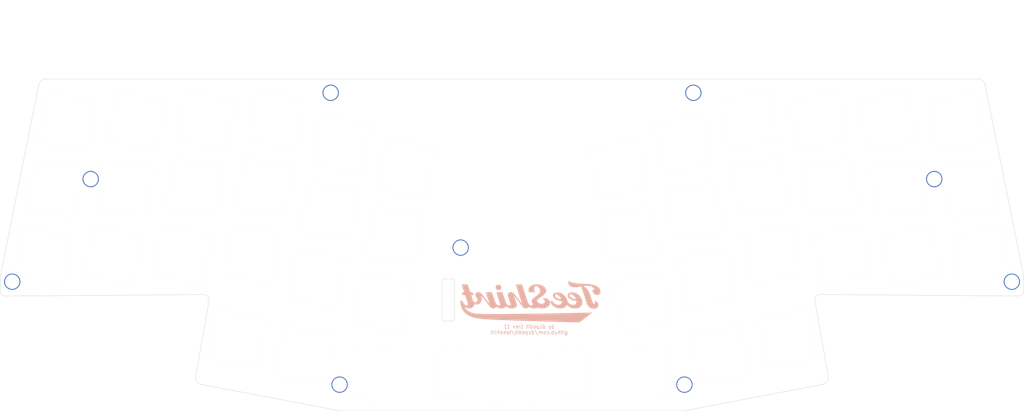
<source format=kicad_pcb>
(kicad_pcb (version 20211014) (generator pcbnew)
  (layers (0 "F.Cu" signal) (31 "B.Cu" signal) (34 "B.Paste" user) (35 "F.Paste" user) (36 "B.SilkS" user "B.Silkscreen") (37 "F.SilkS" user "F.Silkscreen") (38 "B.Mask" user) (39 "F.Mask" user) (44 "Edge.Cuts" user))
  (net 0 "")
  (footprint "acheron_MX_PlateSlots:MX100" (layer "F.Cu") (at 113.0325 113.705 -10)
    (fp_text reference "REF**")
    (fp_text value "MX100")
    (fp_line (start 7 -6.5) (end 7 6.5) (layer "Edge.Cuts") (width 0.010007))
    (fp_line (start -6.5 6.990924) (end 6.5 7) (layer "Edge.Cuts") (width 0.010007))
    (fp_line (start -7 -6.5) (end -7 6.490924) (layer "Edge.Cuts") (width 0.010007))
    (fp_line (start -6.5 -7) (end 6.5 -7) (layer "Edge.Cuts") (width 0.010007))
    (fp_arc (start 6.5 -7) (mid 6.853553 -6.853553) (end 7 -6.5) (layer "Edge.Cuts") (width 0.010007))
    (fp_arc (start -6.5 6.990924) (mid -6.853553 6.844477) (end -7 6.490924) (layer "Edge.Cuts") (width 0.010007))
    (fp_arc (start -7 -6.5) (mid -6.853553 -6.853553) (end -6.5 -7) (layer "Edge.Cuts") (width 0.010007))
    (fp_arc (start 7 6.5) (mid 6.853553 6.853553) (end 6.5 7) (layer "Edge.Cuts") (width 0.010007))
  )
  (footprint "acheron_MX_PlateSlots:MX100" (layer "F.Cu") (at 296.5375 113.675 10)
    (fp_text reference "REF**")
    (fp_text value "MX100")
    (fp_line (start -7 -6.5) (end -7 6.490924) (layer "Edge.Cuts") (width 0.010007))
    (fp_line (start -6.5 6.990924) (end 6.5 7) (layer "Edge.Cuts") (width 0.010007))
    (fp_line (start 7 -6.5) (end 7 6.5) (layer "Edge.Cuts") (width 0.010007))
    (fp_line (start -6.5 -7) (end 6.5 -7) (layer "Edge.Cuts") (width 0.010007))
    (fp_arc (start -7 -6.5) (mid -6.853553 -6.853553) (end -6.5 -7) (layer "Edge.Cuts") (width 0.010007))
    (fp_arc (start 7 6.5) (mid 6.853553 6.853553) (end 6.5 7) (layer "Edge.Cuts") (width 0.010007))
    (fp_arc (start 6.5 -7) (mid 6.853553 -6.853553) (end 7 -6.5) (layer "Edge.Cuts") (width 0.010007))
    (fp_arc (start -6.5 6.990924) (mid -6.853553 6.844477) (end -7 6.490924) (layer "Edge.Cuts") (width 0.010007))
  )
  (footprint "acheron_MX_PlateSlots:MX100" (layer "F.Cu") (at 331.9675 95.185 10)
    (fp_text reference "REF**")
    (fp_text value "MX100")
    (fp_line (start -6.5 6.990924) (end 6.5 7) (layer "Edge.Cuts") (width 0.010007))
    (fp_line (start 7 -6.5) (end 7 6.5) (layer "Edge.Cuts") (width 0.010007))
    (fp_line (start -6.5 -7) (end 6.5 -7) (layer "Edge.Cuts") (width 0.010007))
    (fp_line (start -7 -6.5) (end -7 6.490924) (layer "Edge.Cuts") (width 0.010007))
    (fp_arc (start 6.5 -7) (mid 6.853553 -6.853553) (end 7 -6.5) (layer "Edge.Cuts") (width 0.010007))
    (fp_arc (start -6.5 6.990924) (mid -6.853553 6.844477) (end -7 6.490924) (layer "Edge.Cuts") (width 0.010007))
    (fp_arc (start -7 -6.5) (mid -6.853553 -6.853553) (end -6.5 -7) (layer "Edge.Cuts") (width 0.010007))
    (fp_arc (start 7 6.5) (mid 6.853553 6.853553) (end 6.5 7) (layer "Edge.Cuts") (width 0.010007))
  )
  (footprint "Custom_Footprints:SSD1306_OLED" (layer "F.Cu") (at 204.7875 126.20625)
    (fp_text reference "H10")
    (fp_text value "OLED_Header")
    (fp_line (start -16.5045 -5.875) (end -19.0045 -5.875) (layer "Edge.Cuts") (width 0.1))
    (fp_line (start -19.5045 -5.375) (end -19.5045 5.375) (layer "Edge.Cuts") (width 0.1))
    (fp_line (start -19.0045 5.875) (end -16.5045 5.875) (layer "Edge.Cuts") (width 0.1))
    (fp_line (start -16.0045 5.375) (end -16.0045 -5.375) (layer "Edge.Cuts") (width 0.1))
    (fp_arc (start -16.5045 -5.875) (mid -16.150947 -5.728553) (end -16.0045 -5.375) (layer "Edge.Cuts") (width 0.1))
    (fp_arc (start -19.0045 5.875) (mid -19.358053 5.728553) (end -19.5045 5.375) (layer "Edge.Cuts") (width 0.1))
    (fp_arc (start -16.0045 5.375) (mid -16.150947 5.728553) (end -16.5045 5.875) (layer "Edge.Cuts") (width 0.1))
    (fp_arc (start -19.5045 -5.375) (mid -19.358053 -5.728553) (end -19.0045 -5.875) (layer "Edge.Cuts") (width 0.1))
  )
  (footprint "acheron_MX_PlateSlots:MX100" (layer "F.Cu") (at 77.6125 95.185 -10)
    (fp_text reference "REF**")
    (fp_text value "MX100")
    (fp_line (start -7 -6.5) (end -7 6.490924) (layer "Edge.Cuts") (width 0.010007))
    (fp_line (start -6.5 -7) (end 6.5 -7) (layer "Edge.Cuts") (width 0.010007))
    (fp_line (start 7 -6.5) (end 7 6.5) (layer "Edge.Cuts") (width 0.010007))
    (fp_line (start -6.5 6.990924) (end 6.5 7) (layer "Edge.Cuts") (width 0.010007))
    (fp_arc (start -7 -6.5) (mid -6.853553 -6.853553) (end -6.5 -7) (layer "Edge.Cuts") (width 0.010007))
    (fp_arc (start 7 6.5) (mid 6.853553 6.853553) (end 6.5 7) (layer "Edge.Cuts") (width 0.010007))
    (fp_arc (start -6.5 6.990924) (mid -6.853553 6.844477) (end -7 6.490924) (layer "Edge.Cuts") (width 0.010007))
    (fp_arc (start 6.5 -7) (mid 6.853553 -6.853553) (end 7 -6.5) (layer "Edge.Cuts") (width 0.010007))
  )
  (footprint "" (layer "F.Cu") (at 345.8312 121.1212)
    (fp_text reference "" (at 0 0) (layer "F.SilkS") (effects (font (size 1.27 1.27))))
    (fp_text value "" (at 0 0) (layer "F.SilkS") (effects (font (size 1.27 1.27))))
    (pad "1" thru_hole circle (at -1.8912 0) (size 4.5 4.5) (drill 4) (layers *.Cu *.Mask))
  )
  (footprint "acheron_MX_PlateSlots:MX100" (layer "F.Cu") (at 168.7225 127.065 -10)
    (fp_text reference "REF**")
    (fp_text value "MX100")
    (fp_line (start -6.5 -7) (end 6.5 -7) (layer "Edge.Cuts") (width 0.010007))
    (fp_line (start -7 -6.5) (end -7 6.490924) (layer "Edge.Cuts") (width 0.010007))
    (fp_line (start 7 -6.5) (end 7 6.5) (layer "Edge.Cuts") (width 0.010007))
    (fp_line (start -6.5 6.990924) (end 6.5 7) (layer "Edge.Cuts") (width 0.010007))
    (fp_arc (start -7 -6.5) (mid -6.853553 -6.853553) (end -6.5 -7) (layer "Edge.Cuts") (width 0.010007))
    (fp_arc (start 6.5 -7) (mid 6.853553 -6.853553) (end 7 -6.5) (layer "Edge.Cuts") (width 0.010007))
    (fp_arc (start -6.5 6.990924) (mid -6.853553 6.844477) (end -7 6.490924) (layer "Edge.Cuts") (width 0.010007))
    (fp_arc (start 7 6.5) (mid 6.853553 6.853553) (end 6.5 7) (layer "Edge.Cuts") (width 0.010007))
  )
  (footprint "acheron_MX_PlateSlots:MX100" (layer "F.Cu") (at 328.6275 76.455 10)
    (fp_text reference "REF**")
    (fp_text value "MX100")
    (fp_line (start -7 -6.5) (end -7 6.490924) (layer "Edge.Cuts") (width 0.010007))
    (fp_line (start -6.5 -7) (end 6.5 -7) (layer "Edge.Cuts") (width 0.010007))
    (fp_line (start 7 -6.5) (end 7 6.5) (layer "Edge.Cuts") (width 0.010007))
    (fp_line (start -6.5 6.990924) (end 6.5 7) (layer "Edge.Cuts") (width 0.010007))
    (fp_arc (start 6.5 -7) (mid 6.853553 -6.853553) (end 7 -6.5) (layer "Edge.Cuts") (width 0.010007))
    (fp_arc (start -7 -6.5) (mid -6.853553 -6.853553) (end -6.5 -7) (layer "Edge.Cuts") (width 0.010007))
    (fp_arc (start -6.5 6.990924) (mid -6.853553 6.844477) (end -7 6.490924) (layer "Edge.Cuts") (width 0.010007))
    (fp_arc (start 7 6.5) (mid 6.853553 6.853553) (end 6.5 7) (layer "Edge.Cuts") (width 0.010007))
  )
  (footprint "acheron_MX_PlateSlots:MX150" (layer "F.Cu") (at 281.29125 137.0075 100)
    (fp_text reference "REF**")
    (fp_text value "MX150")
    (fp_line (start -7 -6.5) (end -7 6.490924) (layer "Edge.Cuts") (width 0.010007))
    (fp_line (start -6.5 -7) (end 6.5 -7) (layer "Edge.Cuts") (width 0.010007))
    (fp_line (start 7 -6.5) (end 7 6.5) (layer "Edge.Cuts") (width 0.010007))
    (fp_line (start -6.5 6.990924) (end 6.5 7) (layer "Edge.Cuts") (width 0.010007))
    (fp_arc (start -7 -6.5) (mid -6.853553 -6.853553) (end -6.5 -7) (layer "Edge.Cuts") (width 0.010007))
    (fp_arc (start 7 6.5) (mid 6.853553 6.853553) (end 6.5 7) (layer "Edge.Cuts") (width 0.010007))
    (fp_arc (start -6.5 6.990924) (mid -6.853553 6.844477) (end -7 6.490924) (layer "Edge.Cuts") (width 0.010007))
    (fp_arc (start 6.5 -7) (mid 6.853553 -6.853553) (end 7 -6.5) (layer "Edge.Cuts") (width 0.010007))
  )
  (footprint "acheron_MX_PlateSlots:MX100" (layer "F.Cu") (at 234.2475 89.545 10)
    (fp_text reference "REF**")
    (fp_text value "MX100")
    (fp_line (start -7 -6.5) (end -7 6.490924) (layer "Edge.Cuts") (width 0.010007))
    (fp_line (start -6.5 6.990924) (end 6.5 7) (layer "Edge.Cuts") (width 0.010007))
    (fp_line (start 7 -6.5) (end 7 6.5) (layer "Edge.Cuts") (width 0.010007))
    (fp_line (start -6.5 -7) (end 6.5 -7) (layer "Edge.Cuts") (width 0.010007))
    (fp_arc (start 7 6.5) (mid 6.853553 6.853553) (end 6.5 7) (layer "Edge.Cuts") (width 0.010007))
    (fp_arc (start -7 -6.5) (mid -6.853553 -6.853553) (end -6.5 -7) (layer "Edge.Cuts") (width 0.010007))
    (fp_arc (start -6.5 6.990924) (mid -6.853553 6.844477) (end -7 6.490924) (layer "Edge.Cuts") (width 0.010007))
    (fp_arc (start 6.5 -7) (mid 6.853553 -6.853553) (end 7 -6.5) (layer "Edge.Cuts") (width 0.010007))
  )
  (footprint "" (layer "F.Cu") (at 100.0125 42.8625)
    (fp_text reference "" (at 0 0) (layer "F.SilkS") (effects (font (size 1.27 1.27))))
    (fp_text value "" (at 0 0) (layer "F.SilkS") (effects (font (size 1.27 1.27))))
    (pad "1" thru_hole circle (at -12.5232 49.6583) (size 4.5 4.5) (drill 4) (layers *.Cu *.Mask))
  )
  (footprint "acheron_MX_PlateSlots:MX100" (layer "F.Cu") (at 96.9725 95.065 -10)
    (fp_text reference "REF**")
    (fp_text value "MX100")
    (fp_line (start 7 -6.5) (end 7 6.5) (layer "Edge.Cuts") (width 0.010007))
    (fp_line (start -6.5 -7) (end 6.5 -7) (layer "Edge.Cuts") (width 0.010007))
    (fp_line (start -7 -6.5) (end -7 6.490924) (layer "Edge.Cuts") (width 0.010007))
    (fp_line (start -6.5 6.990924) (end 6.5 7) (layer "Edge.Cuts") (width 0.010007))
    (fp_arc (start -6.5 6.990924) (mid -6.853553 6.844477) (end -7 6.490924) (layer "Edge.Cuts") (width 0.010007))
    (fp_arc (start 7 6.5) (mid 6.853553 6.853553) (end 6.5 7) (layer "Edge.Cuts") (width 0.010007))
    (fp_arc (start -7 -6.5) (mid -6.853553 -6.853553) (end -6.5 -7) (layer "Edge.Cuts") (width 0.010007))
    (fp_arc (start 6.5 -7) (mid 6.853553 -6.853553) (end 7 -6.5) (layer "Edge.Cuts") (width 0.010007))
  )
  (footprint "acheron_MX_PlateSlots:MX100" (layer "F.Cu") (at 240.8675 127.045 10)
    (fp_text reference "REF**")
    (fp_text value "MX100")
    (fp_line (start -6.5 6.990924) (end 6.5 7) (layer "Edge.Cuts") (width 0.010007))
    (fp_line (start -7 -6.5) (end -7 6.490924) (layer "Edge.Cuts") (width 0.010007))
    (fp_line (start 7 -6.5) (end 7 6.5) (layer "Edge.Cuts") (width 0.010007))
    (fp_line (start -6.5 -7) (end 6.5 -7) (layer "Edge.Cuts") (width 0.010007))
    (fp_arc (start 7 6.5) (mid 6.853553 6.853553) (end 6.5 7) (layer "Edge.Cuts") (width 0.010007))
    (fp_arc (start -6.5 6.990924) (mid -6.853553 6.844477) (end -7 6.490924) (layer "Edge.Cuts") (width 0.010007))
    (fp_arc (start -7 -6.5) (mid -6.853553 -6.853553) (end -6.5 -7) (layer "Edge.Cuts") (width 0.010007))
    (fp_arc (start 6.5 -7) (mid 6.853553 -6.853553) (end 7 -6.5) (layer "Edge.Cuts") (width 0.010007))
  )
  (footprint "acheron_MX_PlateSlots:MX100" (layer "F.Cu") (at 273.8175 94.765 10)
    (fp_text reference "REF**")
    (fp_text value "MX100")
    (fp_line (start 7 -6.5) (end 7 6.5) (layer "Edge.Cuts") (width 0.010007))
    (fp_line (start -6.5 6.990924) (end 6.5 7) (layer "Edge.Cuts") (width 0.010007))
    (fp_line (start -7 -6.5) (end -7 6.490924) (layer "Edge.Cuts") (width 0.010007))
    (fp_line (start -6.5 -7) (end 6.5 -7) (layer "Edge.Cuts") (width 0.010007))
    (fp_arc (start -6.5 6.990924) (mid -6.853553 6.844477) (end -7 6.490924) (layer "Edge.Cuts") (width 0.010007))
    (fp_arc (start 6.5 -7) (mid 6.853553 -6.853553) (end 7 -6.5) (layer "Edge.Cuts") (width 0.010007))
    (fp_arc (start 7 6.5) (mid 6.853553 6.853553) (end 6.5 7) (layer "Edge.Cuts") (width 0.010007))
    (fp_arc (start -7 -6.5) (mid -6.853553 -6.853553) (end -6.5 -7) (layer "Edge.Cuts") (width 0.010007))
  )
  (footprint "acheron_MX_PlateSlots:MX100" (layer "F.Cu") (at 315.8875 113.835 10)
    (fp_text reference "REF**")
    (fp_text value "MX100")
    (fp_line (start 7 -6.5) (end 7 6.5) (layer "Edge.Cuts") (width 0.010007))
    (fp_line (start -6.5 6.990924) (end 6.5 7) (layer "Edge.Cuts") (width 0.010007))
    (fp_line (start -7 -6.5) (end -7 6.490924) (layer "Edge.Cuts") (width 0.010007))
    (fp_line (start -6.5 -7) (end 6.5 -7) (layer "Edge.Cuts") (width 0.010007))
    (fp_arc (start 7 6.5) (mid 6.853553 6.853553) (end 6.5 7) (layer "Edge.Cuts") (width 0.010007))
    (fp_arc (start -7 -6.5) (mid -6.853553 -6.853553) (end -6.5 -7) (layer "Edge.Cuts") (width 0.010007))
    (fp_arc (start 6.5 -7) (mid 6.853553 -6.853553) (end 7 -6.5) (layer "Edge.Cuts") (width 0.010007))
    (fp_arc (start -6.5 6.990924) (mid -6.853553 6.844477) (end -7 6.490924) (layer "Edge.Cuts") (width 0.010007))
  )
  (footprint "acheron_MX_PlateSlots:MX100" (layer "F.Cu") (at 74.2925 113.975 -10)
    (fp_text reference "REF**")
    (fp_text value "MX100")
    (fp_line (start -6.5 6.990924) (end 6.5 7) (layer "Edge.Cuts") (width 0.010007))
    (fp_line (start -7 -6.5) (end -7 6.490924) (layer "Edge.Cuts") (width 0.010007))
    (fp_line (start 7 -6.5) (end 7 6.5) (layer "Edge.Cuts") (width 0.010007))
    (fp_line (start -6.5 -7) (end 6.5 -7) (layer "Edge.Cuts") (width 0.010007))
    (fp_arc (start -7 -6.5) (mid -6.853553 -6.853553) (end -6.5 -7) (layer "Edge.Cuts") (width 0.010007))
    (fp_arc (start 6.5 -7) (mid 6.853553 -6.853553) (end 7 -6.5) (layer "Edge.Cuts") (width 0.010007))
    (fp_arc (start -6.5 6.990924) (mid -6.853553 6.844477) (end -7 6.490924) (layer "Edge.Cuts") (width 0.010007))
    (fp_arc (start 7 6.5) (mid 6.853553 6.853553) (end 6.5 7) (layer "Edge.Cuts") (width 0.010007))
  )
  (footprint "acheron_MX_PlateSlots:MX100" (layer "F.Cu") (at 255.6875 101.535 10)
    (fp_text reference "REF**")
    (fp_text value "MX100")
    (fp_line (start -6.5 6.990924) (end 6.5 7) (layer "Edge.Cuts") (width 0.010007))
    (fp_line (start -7 -6.5) (end -7 6.490924) (layer "Edge.Cuts") (width 0.010007))
    (fp_line (start 7 -6.5) (end 7 6.5) (layer "Edge.Cuts") (width 0.010007))
    (fp_line (start -6.5 -7) (end 6.5 -7) (layer "Edge.Cuts") (width 0.010007))
    (fp_arc (start 6.5 -7) (mid 6.853553 -6.853553) (end 7 -6.5) (layer "Edge.Cuts") (width 0.010007))
    (fp_arc (start 7 6.5) (mid 6.853553 6.853553) (end 6.5 7) (layer "Edge.Cuts") (width 0.010007))
    (fp_arc (start -6.5 6.990924) (mid -6.853553 6.844477) (end -7 6.490924) (layer "Edge.Cuts") (width 0.010007))
    (fp_arc (start -7 -6.5) (mid -6.853553 -6.853553) (end -6.5 -7) (layer "Edge.Cuts") (width 0.010007))
  )
  (footprint "acheron_MX_PlateSlots:MX125" (layer "F.Cu") (at 146.84375 141.4175 80)
    (fp_text reference "REF**")
    (fp_text value "MX125")
    (fp_line (start -6.5 6.990924) (end 6.5 7) (layer "Edge.Cuts") (width 0.010007))
    (fp_line (start -6.5 -7) (end 6.5 -7) (layer "Edge.Cuts") (width 0.010007))
    (fp_line (start 7 -6.5) (end 7 6.5) (layer "Edge.Cuts") (width 0.010007))
    (fp_line (start -7 -6.5) (end -7 6.490924) (layer "Edge.Cuts") (width 0.010007))
    (fp_arc (start -6.5 6.990924) (mid -6.853553 6.844477) (end -7 6.490924) (layer "Edge.Cuts") (width 0.010007))
    (fp_arc (start 7 6.5) (mid 6.853553 6.853553) (end 6.5 7) (layer "Edge.Cuts") (width 0.010007))
    (fp_arc (start 6.5 -7) (mid 6.853553 -6.853553) (end 7 -6.5) (layer "Edge.Cuts") (width 0.010007))
    (fp_arc (start -7 -6.5) (mid -6.853553 -6.853553) (end -6.5 -7) (layer "Edge.Cuts") (width 0.010007))
  )
  (footprint "hole:PKRH" (layer "F.Cu") (at 190.49 111.62)
    (fp_text reference "HOLE" hide)
    (fp_text value "VAL**" hide)
    (pad "1" thru_hole circle locked (at 0 0) (size 4.5 4.5) (drill 4) (layers *.Cu *.Mask))
  )
  (footprint "" (layer "F.Cu") (at 255.27 68.453)
    (fp_text reference "H2" (at 0 0) (layer "F.SilkS") (effects (font (size 1.27 1.27))))
    (fp_text value "" (at 0 0) (layer "F.SilkS") (effects (font (size 1.27 1.27))))
    (pad "1" thru_hole circle locked (at 0 0) (size 4.5 4.5) (drill 4) (layers *.Cu *.Mask))
  )
  (footprint "acheron_MX_PlateSlots:MX100" (layer "F.Cu") (at 150.5725 120.305 -10)
    (fp_text reference "REF**")
    (fp_text value "MX100")
    (fp_line (start -6.5 -7) (end 6.5 -7) (layer "Edge.Cuts") (width 0.010007))
    (fp_line (start -7 -6.5) (end -7 6.490924) (layer "Edge.Cuts") (width 0.010007))
    (fp_line (start -6.5 6.990924) (end 6.5 7) (layer "Edge.Cuts") (width 0.010007))
    (fp_line (start 7 -6.5) (end 7 6.5) (layer "Edge.Cuts") (width 0.010007))
    (fp_arc (start 6.5 -7) (mid 6.853553 -6.853553) (end 7 -6.5) (layer "Edge.Cuts") (width 0.010007))
    (fp_arc (start -6.5 6.990924) (mid -6.853553 6.844477) (end -7 6.490924) (layer "Edge.Cuts") (width 0.010007))
    (fp_arc (start -7 -6.5) (mid -6.853553 -6.853553) (end -6.5 -7) (layer "Edge.Cuts") (width 0.010007))
    (fp_arc (start 7 6.5) (mid 6.853553 6.853553) (end 6.5 7) (layer "Edge.Cuts") (width 0.010007))
  )
  (footprint "acheron_MX_PlateSlots:MX100" (layer "F.Cu") (at 119.6825 76.185 -10)
    (fp_text reference "REF**")
    (fp_text value "MX100")
    (fp_line (start -6.5 -7) (end 6.5 -7) (layer "Edge.Cuts") (width 0.010007))
    (fp_line (start -7 -6.5) (end -7 6.490924) (layer "Edge.Cuts") (width 0.010007))
    (fp_line (start 7 -6.5) (end 7 6.5) (layer "Edge.Cuts") (width 0.010007))
    (fp_line (start -6.5 6.990924) (end 6.5 7) (layer "Edge.Cuts") (width 0.010007))
    (fp_arc (start -6.5 6.990924) (mid -6.853553 6.844477) (end -7 6.490924) (layer "Edge.Cuts") (width 0.010007))
    (fp_arc (start 6.5 -7) (mid 6.853553 -6.853553) (end 7 -6.5) (layer "Edge.Cuts") (width 0.010007))
    (fp_arc (start -7 -6.5) (mid -6.853553 -6.853553) (end -6.5 -7) (layer "Edge.Cuts") (width 0.010007))
    (fp_arc (start 7 6.5) (mid 6.853553 6.853553) (end 6.5 7) (layer "Edge.Cuts") (width 0.010007))
  )
  (footprint "" (layer "F.Cu") (at 156.7856 149.8207 -90)
    (fp_text reference "H2" (at 0 0 90) (layer "F.SilkS") (effects (font (size 1.27 1.27))))
    (fp_text value "" (at 0 0 90) (layer "F.SilkS") (effects (font (size 1.27 1.27))))
    (pad "1" thru_hole circle locked (at 0 0 270) (size 4.5 4.5) (drill 4) (layers *.Cu *.Mask))
  )
  (footprint "acheron_MX_PlateSlots:MX100" (layer "F.Cu") (at 277.1475 113.565 10)
    (fp_text reference "REF**")
    (fp_text value "MX100")
    (fp_line (start -6.5 -7) (end 6.5 -7) (layer "Edge.Cuts") (width 0.010007))
    (fp_line (start -6.5 6.990924) (end 6.5 7) (layer "Edge.Cuts") (width 0.010007))
    (fp_line (start -7 -6.5) (end -7 6.490924) (layer "Edge.Cuts") (width 0.010007))
    (fp_line (start 7 -6.5) (end 7 6.5) (layer "Edge.Cuts") (width 0.010007))
    (fp_arc (start -6.5 6.990924) (mid -6.853553 6.844477) (end -7 6.490924) (layer "Edge.Cuts") (width 0.010007))
    (fp_arc (start 7 6.5) (mid 6.853553 6.853553) (end 6.5 7) (layer "Edge.Cuts") (width 0.010007))
    (fp_arc (start 6.5 -7) (mid 6.853553 -6.853553) (end 7 -6.5) (layer "Edge.Cuts") (width 0.010007))
    (fp_arc (start -7 -6.5) (mid -6.853553 -6.853553) (end -6.5 -7) (layer "Edge.Cuts") (width 0.010007))
  )
  (footprint "acheron_MX_PlateSlots:MX100" (layer "F.Cu") (at 335.2575 113.975 10)
    (fp_text reference "REF**")
    (fp_text value "MX100")
    (fp_line (start 7 -6.5) (end 7 6.5) (layer "Edge.Cuts") (width 0.010007))
    (fp_line (start -7 -6.5) (end -7 6.490924) (layer "Edge.Cuts") (width 0.010007))
    (fp_line (start -6.5 -7) (end 6.5 -7) (layer "Edge.Cuts") (width 0.010007))
    (fp_line (start -6.5 6.990924) (end 6.5 7) (layer "Edge.Cuts") (width 0.010007))
    (fp_arc (start 7 6.5) (mid 6.853553 6.853553) (end 6.5 7) (layer "Edge.Cuts") (width 0.010007))
    (fp_arc (start -6.5 6.990924) (mid -6.853553 6.844477) (end -7 6.490924) (layer "Edge.Cuts") (width 0.010007))
    (fp_arc (start 6.5 -7) (mid 6.853553 -6.853553) (end 7 -6.5) (layer "Edge.Cuts") (width 0.010007))
    (fp_arc (start -7 -6.5) (mid -6.853553 -6.853553) (end -6.5 -7) (layer "Edge.Cuts") (width 0.010007))
  )
  (footprint "acheron_MX_PlateSlots:MX100" (layer "F.Cu") (at 270.5275 76.025 10)
    (fp_text reference "REF**")
    (fp_text value "MX100")
    (fp_line (start -6.5 6.990924) (end 6.5 7) (layer "Edge.Cuts") (width 0.010007))
    (fp_line (start -7 -6.5) (end -7 6.490924) (layer "Edge.Cuts") (width 0.010007))
    (fp_line (start -6.5 -7) (end 6.5 -7) (layer "Edge.Cuts") (width 0.010007))
    (fp_line (start 7 -6.5) (end 7 6.5) (layer "Edge.Cuts") (width 0.010007))
    (fp_arc (start -6.5 6.990924) (mid -6.853553 6.844477) (end -7 6.490924) (layer "Edge.Cuts") (width 0.010007))
    (fp_arc (start 6.5 -7) (mid 6.853553 -6.853553) (end 7 -6.5) (layer "Edge.Cuts") (width 0.010007))
    (fp_arc (start -7 -6.5) (mid -6.853553 -6.853553) (end -6.5 -7) (layer "Edge.Cuts") (width 0.010007))
    (fp_arc (start 7 6.5) (mid 6.853553 6.853553) (end 6.5 7) (layer "Edge.Cuts") (width 0.010007))
  )
  (footprint "hole:PKRH" (layer "F.Cu") (at 322.3399 92.5208)
    (fp_text reference "HOLE" hide)
    (fp_text value "VAL**" hide)
    (pad "1" thru_hole circle locked (at 0 0) (size 4.5 4.5) (drill 4) (layers *.Cu *.Mask))
  )
  (footprint "acheron_MX_PlateSlots:MX100" (layer "F.Cu") (at 139.0525 76.045 -10)
    (fp_text reference "REF**")
    (fp_text value "MX100")
    (fp_line (start -6.5 -7) (end 6.5 -7) (layer "Edge.Cuts") (width 0.010007))
    (fp_line (start 7 -6.5) (end 7 6.5) (layer "Edge.Cuts") (width 0.010007))
    (fp_line (start -7 -6.5) (end -7 6.490924) (layer "Edge.Cuts") (width 0.010007))
    (fp_line (start -6.5 6.990924) (end 6.5 7) (layer "Edge.Cuts") (width 0.010007))
    (fp_arc (start 7 6.5) (mid 6.853553 6.853553) (end 6.5 7) (layer "Edge.Cuts") (width 0.010007))
    (fp_arc (start 6.5 -7) (mid 6.853553 -6.853553) (end 7 -6.5) (layer "Edge.Cuts") (width 0.010007))
    (fp_arc (start -6.5 6.990924) (mid -6.853553 6.844477) (end -7 6.490924) (layer "Edge.Cuts") (width 0.010007))
    (fp_arc (start -7 -6.5) (mid -6.853553 -6.853553) (end -6.5 -7) (layer "Edge.Cuts") (width 0.010007))
  )
  (footprint "acheron_MX_PlateSlots:MX100" (layer "F.Cu") (at 135.7325 94.795 -10)
    (fp_text reference "REF**")
    (fp_text value "MX100")
    (fp_line (start -7 -6.5) (end -7 6.490924) (layer "Edge.Cuts") (width 0.010007))
    (fp_line (start -6.5 -7) (end 6.5 -7) (layer "Edge.Cuts") (width 0.010007))
    (fp_line (start -6.5 6.990924) (end 6.5 7) (layer "Edge.Cuts") (width 0.010007))
    (fp_line (start 7 -6.5) (end 7 6.5) (layer "Edge.Cuts") (width 0.010007))
    (fp_arc (start 7 6.5) (mid 6.853553 6.853553) (end 6.5 7) (layer "Edge.Cuts") (width 0.010007))
    (fp_arc (start 6.5 -7) (mid 6.853553 -6.853553) (end 7 -6.5) (layer "Edge.Cuts") (width 0.010007))
    (fp_arc (start -7 -6.5) (mid -6.853553 -6.853553) (end -6.5 -7) (layer "Edge.Cuts") (width 0.010007))
    (fp_arc (start -6.5 6.990924) (mid -6.853553 6.844477) (end -7 6.490924) (layer "Edge.Cuts") (width 0.010007))
  )
  (footprint "acheron_MX_PlateSlots:MX100" (layer "F.Cu") (at 93.6925 113.815 -10)
    (fp_text reference "REF**")
    (fp_text value "MX100")
    (fp_line (start -6.5 -7) (end 6.5 -7) (layer "Edge.Cuts") (width 0.010007))
    (fp_line (start -7 -6.5) (end -7 6.490924) (layer "Edge.Cuts") (width 0.010007))
    (fp_line (start -6.5 6.990924) (end 6.5 7) (layer "Edge.Cuts") (width 0.010007))
    (fp_line (start 7 -6.5) (end 7 6.5) (layer "Edge.Cuts") (width 0.010007))
    (fp_arc (start 7 6.5) (mid 6.853553 6.853553) (end 6.5 7) (layer "Edge.Cuts") (width 0.010007))
    (fp_arc (start 6.5 -7) (mid 6.853553 -6.853553) (end 7 -6.5) (layer "Edge.Cuts") (width 0.010007))
    (fp_arc (start -7 -6.5) (mid -6.853553 -6.853553) (end -6.5 -7) (layer "Edge.Cuts") (width 0.010007))
    (fp_arc (start -6.5 6.990924) (mid -6.853553 6.844477) (end -7 6.490924) (layer "Edge.Cuts") (width 0.010007))
  )
  (footprint "acheron_MX_PlateSlots:MX100" (layer "F.Cu") (at 80.9425 76.455 -10)
    (fp_text reference "REF**")
    (fp_text value "MX100")
    (fp_line (start -6.5 -7) (end 6.5 -7) (layer "Edge.Cuts") (width 0.010007))
    (fp_line (start 7 -6.5) (end 7 6.5) (layer "Edge.Cuts") (width 0.010007))
    (fp_line (start -6.5 6.990924) (end 6.5 7) (layer "Edge.Cuts") (width 0.010007))
    (fp_line (start -7 -6.5) (end -7 6.490924) (layer "Edge.Cuts") (width 0.010007))
    (fp_arc (start 7 6.5) (mid 6.853553 6.853553) (end 6.5 7) (layer "Edge.Cuts") (width 0.010007))
    (fp_arc (start -6.5 6.990924) (mid -6.853553 6.844477) (end -7 6.490924) (layer "Edge.Cuts") (width 0.010007))
    (fp_arc (start -7 -6.5) (mid -6.853553 -6.853553) (end -6.5 -7) (layer "Edge.Cuts") (width 0.010007))
    (fp_arc (start 6.5 -7) (mid 6.853553 -6.853553) (end 7 -6.5) (layer "Edge.Cuts") (width 0.010007))
  )
  (footprint "acheron_MX_PlateSlots:MX100" (layer "F.Cu") (at 252.3975 82.765 10)
    (fp_text reference "REF**")
    (fp_text value "MX100")
    (fp_line (start 7 -6.5) (end 7 6.5) (layer "Edge.Cuts") (width 0.010007))
    (fp_line (start -7 -6.5) (end -7 6.490924) (layer "Edge.Cuts") (width 0.010007))
    (fp_line (start -6.5 6.990924) (end 6.5 7) (layer "Edge.Cuts") (width 0.010007))
    (fp_line (start -6.5 -7) (end 6.5 -7) (layer "Edge.Cuts") (width 0.010007))
    (fp_arc (start -6.5 6.990924) (mid -6.853553 6.844477) (end -7 6.490924) (layer "Edge.Cuts") (width 0.010007))
    (fp_arc (start 6.5 -7) (mid 6.853553 -6.853553) (end 7 -6.5) (layer "Edge.Cuts") (width 0.010007))
    (fp_arc (start -7 -6.5) (mid -6.853553 -6.853553) (end -6.5 -7) (layer "Edge.Cuts") (width 0.010007))
    (fp_arc (start 7 6.5) (mid 6.853553 6.853553) (end 6.5 7) (layer "Edge.Cuts") (width 0.010007))
  )
  (footprint "acheron_MX_PlateSlots:MX100" (layer "F.Cu") (at 172.0325 108.295 -10)
    (fp_text reference "REF**")
    (fp_text value "MX100")
    (fp_line (start -6.5 -7) (end 6.5 -7) (layer "Edge.Cuts") (width 0.010007))
    (fp_line (start -6.5 6.990924) (end 6.5 7) (layer "Edge.Cuts") (width 0.010007))
    (fp_line (start 7 -6.5) (end 7 6.5) (layer "Edge.Cuts") (width 0.010007))
    (fp_line (start -7 -6.5) (end -7 6.490924) (layer "Edge.Cuts") (width 0.010007))
    (fp_arc (start -6.5 6.990924) (mid -6.853553 6.844477) (end -7 6.490924) (layer "Edge.Cuts") (width 0.010007))
    (fp_arc (start 6.5 -7) (mid 6.853553 -6.853553) (end 7 -6.5) (layer "Edge.Cuts") (width 0.010007))
    (fp_arc (start 7 6.5) (mid 6.853553 6.853553) (end 6.5 7) (layer "Edge.Cuts") (width 0.010007))
    (fp_arc (start -7 -6.5) (mid -6.853553 -6.853553) (end -6.5 -7) (layer "Edge.Cuts") (width 0.010007))
  )
  (footprint "acheron_MX_PlateSlots:MX100" (layer "F.Cu") (at 312.5775 95.065 10)
    (fp_text reference "REF**")
    (fp_text value "MX100")
    (fp_line (start 7 -6.5) (end 7 6.5) (layer "Edge.Cuts") (width 0.010007))
    (fp_line (start -7 -6.5) (end -7 6.490924) (layer "Edge.Cuts") (width 0.010007))
    (fp_line (start -6.5 6.990924) (end 6.5 7) (layer "Edge.Cuts") (width 0.010007))
    (fp_line (start -6.5 -7) (end 6.5 -7) (layer "Edge.Cuts") (width 0.010007))
    (fp_arc (start 7 6.5) (mid 6.853553 6.853553) (end 6.5 7) (layer "Edge.Cuts") (width 0.010007))
    (fp_arc (start 6.5 -7) (mid 6.853553 -6.853553) (end 7 -6.5) (layer "Edge.Cuts") (width 0.010007))
    (fp_arc (start -7 -6.5) (mid -6.853553 -6.853553) (end -6.5 -7) (layer "Edge.Cuts") (width 0.010007))
    (fp_arc (start -6.5 6.990924) (mid -6.853553 6.844477) (end -7 6.490924) (layer "Edge.Cuts") (width 0.010007))
  )
  (footprint "acheron_MX_PlateSlots:MX100" (layer "F.Cu") (at 293.2475 94.905 10)
    (fp_text reference "REF**")
    (fp_text value "MX100")
    (fp_line (start -6.5 -7) (end 6.5 -7) (layer "Edge.Cuts") (width 0.010007))
    (fp_line (start 7 -6.5) (end 7 6.5) (layer "Edge.Cuts") (width 0.010007))
    (fp_line (start -6.5 6.990924) (end 6.5 7) (layer "Edge.Cuts") (width 0.010007))
    (fp_line (start -7 -6.5) (end -7 6.490924) (layer "Edge.Cuts") (width 0.010007))
    (fp_arc (start 6.5 -7) (mid 6.853553 -6.853553) (end 7 -6.5) (layer "Edge.Cuts") (width 0.010007))
    (fp_arc (start -6.5 6.990924) (mid -6.853553 6.844477) (end -7 6.490924) (layer "Edge.Cuts") (width 0.010007))
    (fp_arc (start 7 6.5) (mid 6.853553 6.853553) (end 6.5 7) (layer "Edge.Cuts") (width 0.010007))
    (fp_arc (start -7 -6.5) (mid -6.853553 -6.853553) (end -6.5 -7) (layer "Edge.Cuts") (width 0.010007))
  )
  (footprint "" (layer "F.Cu") (at 154.305 68.453)
    (fp_text reference "H2" (at 0 0) (layer "F.SilkS") (effects (font (size 1.27 1.27))))
    (fp_text value "" (at 0 0) (layer "F.SilkS") (effects (font (size 1.27 1.27))))
    (pad "1" thru_hole circle locked (at 0 0) (size 4.5 4.5) (drill 4) (layers *.Cu *.Mask))
  )
  (footprint "acheron_MX_PlateSlots:MX100" (layer "F.Cu") (at 237.5175 108.275 10)
    (fp_text reference "REF**")
    (fp_text value "MX100")
    (fp_line (start -6.5 -7) (end 6.5 -7) (layer "Edge.Cuts") (width 0.010007))
    (fp_line (start -6.5 6.990924) (end 6.5 7) (layer "Edge.Cuts") (width 0.010007))
    (fp_line (start -7 -6.5) (end -7 6.490924) (layer "Edge.Cuts") (width 0.010007))
    (fp_line (start 7 -6.5) (end 7 6.5) (layer "Edge.Cuts") (width 0.010007))
    (fp_arc (start 6.5 -7) (mid 6.853553 -6.853553) (end 7 -6.5) (layer "Edge.Cuts") (width 0.010007))
    (fp_arc (start -7 -6.5) (mid -6.853553 -6.853553) (end -6.5 -7) (layer "Edge.Cuts") (width 0.010007))
    (fp_arc (start 7 6.5) (mid 6.853553 6.853553) (end 6.5 7) (layer "Edge.Cuts") (width 0.010007))
    (fp_arc (start -6.5 6.990924) (mid -6.853553 6.844477) (end -7 6.490924) (layer "Edge.Cuts") (width 0.010007))
  )
  (footprint "acheron_MX_PlateSlots:MX100" (layer "F.Cu") (at 258.9975 120.285 10)
    (fp_text reference "REF**")
    (fp_text value "MX100")
    (fp_line (start -7 -6.5) (end -7 6.490924) (layer "Edge.Cuts") (width 0.010007))
    (fp_line (start -6.5 6.990924) (end 6.5 7) (layer "Edge.Cuts") (width 0.010007))
    (fp_line (start 7 -6.5) (end 7 6.5) (layer "Edge.Cuts") (width 0.010007))
    (fp_line (start -6.5 -7) (end 6.5 -7) (layer "Edge.Cuts") (width 0.010007))
    (fp_arc (start 7 6.5) (mid 6.853553 6.853553) (end 6.5 7) (layer "Edge.Cuts") (width 0.010007))
    (fp_arc (start -6.5 6.990924) (mid -6.853553 6.844477) (end -7 6.490924) (layer "Edge.Cuts") (width 0.010007))
    (fp_arc (start -7 -6.5) (mid -6.853553 -6.853553) (end -6.5 -7) (layer "Edge.Cuts") (width 0.010007))
    (fp_arc (start 6.5 -7) (mid 6.853553 -6.853553) (end 7 -6.5) (layer "Edge.Cuts") (width 0.010007))
  )
  (footprint "acheron_MX_PlateSlots:MX150" (layer "F.Cu") (at 128.26375 137.0075 80)
    (fp_text reference "REF**")
    (fp_text value "MX150")
    (fp_line (start -6.5 6.990924) (end 6.5 7) (layer "Edge.Cuts") (width 0.010007))
    (fp_line (start -7 -6.5) (end -7 6.490924) (layer "Edge.Cuts") (width 0.010007))
    (fp_line (start 7 -6.5) (end 7 6.5) (layer "Edge.Cuts") (width 0.010007))
    (fp_line (start -6.5 -7) (end 6.5 -7) (layer "Edge.Cuts") (width 0.010007))
    (fp_arc (start -7 -6.5) (mid -6.853553 -6.853553) (end -6.5 -7) (layer "Edge.Cuts") (width 0.010007))
    (fp_arc (start 6.5 -7) (mid 6.853553 -6.853553) (end 7 -6.5) (layer "Edge.Cuts") (width 0.010007))
    (fp_arc (start 7 6.5) (mid 6.853553 6.853553) (end 6.5 7) (layer "Edge.Cuts") (width 0.010007))
    (fp_arc (start -6.5 6.990924) (mid -6.853553 6.844477) (end -7 6.490924) (layer "Edge.Cuts") (width 0.010007))
  )
  (footprint "acheron_MX_PlateSlots:MX100" (layer "F.Cu") (at 309.2875 76.295 10)
    (fp_text reference "REF**")
    (fp_text value "MX100")
    (fp_line (start -7 -6.5) (end -7 6.490924) (layer "Edge.Cuts") (width 0.010007))
    (fp_line (start 7 -6.5) (end 7 6.5) (layer "Edge.Cuts") (width 0.010007))
    (fp_line (start -6.5 6.990924) (end 6.5 7) (layer "Edge.Cuts") (width 0.010007))
    (fp_line (start -6.5 -7) (end 6.5 -7) (layer "Edge.Cuts") (width 0.010007))
    (fp_arc (start 6.5 -7) (mid 6.853553 -6.853553) (end 7 -6.5) (layer "Edge.Cuts") (width 0.010007))
    (fp_arc (start -7 -6.5) (mid -6.853553 -6.853553) (end -6.5 -7) (layer "Edge.Cuts") (width 0.010007))
    (fp_arc (start -6.5 6.990924) (mid -6.853553 6.844477) (end -7 6.490924) (layer "Edge.Cuts") (width 0.010007))
    (fp_arc (start 7 6.5) (mid 6.853553 6.853553) (end 6.5 7) (layer "Edge.Cuts") (width 0.010007))
  )
  (footprint "acheron_MX_PlateSlots:MX100" (layer "F.Cu") (at 132.41712 113.553371 -10)
    (fp_text reference "REF**")
    (fp_text value "MX100")
    (fp_line (start -6.5 -7) (end 6.5 -7) (layer "Edge.Cuts") (width 0.010007))
    (fp_line (start -6.5 6.990924) (end 6.5 7) (layer "Edge.Cuts") (width 0.010007))
    (fp_line (start 7 -6.5) (end 7 6.5) (layer "Edge.Cuts") (width 0.010007))
    (fp_line (start -7 -6.5) (end -7 6.490924) (layer "Edge.Cuts") (width 0.010007))
    (fp_arc (start -7 -6.5) (mid -6.853553 -6.853553) (end -6.5 -7) (layer "Edge.Cuts") (width 0.010007))
    (fp_arc (start -6.5 6.990924) (mid -6.853553 6.844477) (end -7 6.490924) (layer "Edge.Cuts") (width 0.010007))
    (fp_arc (start 6.5 -7) (mid 6.853553 -6.853553) (end 7 -6.5) (layer "Edge.Cuts") (width 0.010007))
    (fp_arc (start 7 6.5) (mid 6.853553 6.853553) (end 6.5 7) (layer "Edge.Cuts") (width 0.010007))
  )
  (footprint "acheron_MX_PlateSlots:MX100" (layer "F.Cu") (at 289.9175 76.165 10)
    (fp_text reference "REF**")
    (fp_text value "MX100")
    (fp_line (start 7 -6.5) (end 7 6.5) (layer "Edge.Cuts") (width 0.010007))
    (fp_line (start -6.5 6.990924) (end 6.5 7) (layer "Edge.Cuts") (width 0.010007))
    (fp_line (start -6.5 -7) (end 6.5 -7) (layer "Edge.Cuts") (width 0.010007))
    (fp_line (start -7 -6.5) (end -7 6.490924) (layer "Edge.Cuts") (width 0.010007))
    (fp_arc (start 6.5 -7) (mid 6.853553 -6.853553) (end 7 -6.5) (layer "Edge.Cuts") (width 0.010007))
    (fp_arc (start -7 -6.5) (mid -6.853553 -6.853553) (end -6.5 -7) (layer "Edge.Cuts") (width 0.010007))
    (fp_arc (start -6.5 6.990924) (mid -6.853553 6.844477) (end -7 6.490924) (layer "Edge.Cuts") (width 0.010007))
    (fp_arc (start 7 6.5) (mid 6.853553 6.853553) (end 6.5 7) (layer "Edge.Cuts") (width 0.010007))
  )
  (footprint "acheron_MX_PlateSlots:MX100" (layer "F.Cu") (at 100.3325 76.345 -10)
    (fp_text reference "REF**")
    (fp_text value "MX100")
    (fp_line (start 7 -6.5) (end 7 6.5) (layer "Edge.Cuts") (width 0.010007))
    (fp_line (start -6.5 -7) (end 6.5 -7) (layer "Edge.Cuts") (width 0.010007))
    (fp_line (start -7 -6.5) (end -7 6.490924) (layer "Edge.Cuts") (width 0.010007))
    (fp_line (start -6.5 6.990924) (end 6.5 7) (layer "Edge.Cuts") (width 0.010007))
    (fp_arc (start 7 6.5) (mid 6.853553 6.853553) (end 6.5 7) (layer "Edge.Cuts") (width 0.010007))
    (fp_arc (start 6.5 -7) (mid 6.853553 -6.853553) (end 7 -6.5) (layer "Edge.Cuts") (width 0.010007))
    (fp_arc (start -7 -6.5) (mid -6.853553 -6.853553) (end -6.5 -7) (layer "Edge.Cuts") (width 0.010007))
    (fp_arc (start -6.5 6.990924) (mid -6.853553 6.844477) (end -7 6.490924) (layer "Edge.Cuts") (width 0.010007))
  )
  (footprint "acheron_MX_PlateSlots:MX200" (layer "F.Cu") (at 233.3625 147.6375 180)
    (fp_text reference "REF**")
    (fp_text value "MX200")
    (fp_line (start -15.40625 -5.499992) (end -15.40625 7.500008) (layer "Edge.Cuts") (width 0.010007))
    (fp_line (start -8.40625 6.990924) (end 6.5 7) (layer "Edge.Cuts") (width 0.010007))
    (fp_line (start 8.90625 -5.999992) (end 14.90625 -5.999992) (layer "Edge.Cuts") (width 0.010007))
    (fp_line (start 15.40625 -5.499992) (end 15.40625 7.500008) (layer "Edge.Cuts") (width 0.010007))
    (fp_line (start -14.90625 -6) (end -11.7625 -5.999992) (layer "Edge.Cuts") (width 0.010007))
    (fp_line (start -11.7625 -6.5) (end -11.7625 -5.999992) (layer "Edge.Cuts") (width 0.010007))
    (fp_line (start 7 -6.5) (end 7 6.5) (layer "Edge.Cuts") (width 0.010007))
    (fp_line (start -8.40625 6.990924) (end -8.40625 7.500008) (layer "Edge.Cuts") (width 0.010007))
    (fp_line (start 8.40625 -5.499992) (end 8.40625 7.5) (layer "Edge.Cuts") (width 0.010007))
    (fp_line (start -11.2625 -7) (end 6.5 -7) (layer "Edge.Cuts") (width 0.010007))
    (fp_line (start 8.90625 8.000008) (end 14.90625 8.000008) (layer "Edge.Cuts") (width 0.010007))
    (fp_line (start -14.90625 8.000008) (end -8.90625 8.000008) (layer "Edge.Cuts") (width 0.010007))
    (fp_arc (start 8.40625 -5.5) (mid 8.552697 -5.853553) (end 8.90625 -6) (layer "Edge.Cuts") (width 0.010007))
    (fp_arc (start -11.7625 -6.5) (mid -11.616053 -6.853553) (end -11.2625 -7) (layer "Edge.Cuts") (width 0.010007))
    (fp_arc (start 6.5 -7) (mid 6.853553 -6.853553) (end 7 -6.5) (layer "Edge.Cuts") (width 0.010007))
    (fp_arc (start 8.90625 8.000008) (mid 8.552697 7.853561) (end 8.40625 7.500008) (layer "Edge.Cuts") (width 0.010007))
    (fp_arc (start 14.90625 -6) (mid 15.259803 -5.853553) (end 15.40625 -5.5) (layer "Edge.Cuts") (width 0.010007))
    (fp_arc (start -8.40625 7.500008) (mid -8.552697 7.853561) (end -8.90625 8.000008) (layer "Edge.Cuts") (width 0.010007))
    (fp_arc (start 7 6.5) (mid 6.853553 6.853553) (end 6.5 7) (layer "Edge.Cuts") (width 0.010007))
    (fp_arc (start 15.40625 7.500008) (mid 15.259803 7.853561) (end 14.90625 8.000008) (layer "Edge.Cuts") (width 0.010007))
    (fp_arc (start -14.90625 8.000008) (mid -15.259803 7.853561) (end -15.40625 7.500008) (layer "Edge.Cuts") (width 0.010007))
    (fp_arc (start -15.40625 -5.5) (mid -15.259803 -5.853553) (end -14.90625 -6) (layer "Edge.Cuts") (width 0.010007))
  )
  (footprint "acheron_MX_PlateSlots:MX125" (layer "F.Cu") (at 262.73125 141.3775 100)
    (fp_text reference "REF**")
    (fp_text value "MX125")
    (fp_line (start -6.5 6.990924) (end 6.5 7) (layer "Edge.Cuts") (width 0.010007))
    (fp_line (start -7 -6.5) (end -7 6.490924) (layer "Edge.Cuts") (width 0.010007))
    (fp_line (start -6.5 -7) (end 6.5 -7) (layer "Edge.Cuts") (width 0.010007))
    (fp_line (start 7 -6.5) (end 7 6.5) (layer "Edge.Cuts") (width 0.010007))
    (fp_arc (start -6.5 6.990924) (mid -6.853553 6.844477) (end -7 6.490924) (layer "Edge.Cuts") (width 0.010007))
    (fp_arc (start 7 6.5) (mid 6.853553 6.853553) (end 6.5 7) (layer "Edge.Cuts") (width 0.010007))
    (fp_arc (start 6.5 -7) (mid 6.853553 -6.853553) (end 7 -6.5) (layer "Edge.Cuts") (width 0.010007))
    (fp_arc (start -7 -6.5) (mid -6.853553 -6.853553) (end -6.5 -7) (layer "Edge.Cuts") (width 0.010007))
  )
  (footprint "hole:PKRH" (layer "F.Cu") (at 252.7894 149.8207)
    (fp_text reference "HOLE" hide)
    (fp_text value "VAL**" hide)
    (pad "1" thru_hole circle locked (at 0 0) (size 4.5 4.5) (drill 4) (layers *.Cu *.Mask))
  )
  (footprint "acheron_MX_PlateSlots:MX100" (layer "F.Cu") (at 157.2025 82.835 -10)
    (fp_text reference "REF**")
    (fp_text value "MX100")
    (fp_line (start -6.5 6.990924) (end 6.5 7) (layer "Edge.Cuts") (width 0.010007))
    (fp_line (start -6.5 -7) (end 6.5 -7) (layer "Edge.Cuts") (width 0.010007))
    (fp_line (start 7 -6.5) (end 7 6.5) (layer "Edge.Cuts") (width 0.010007))
    (fp_line (start -7 -6.5) (end -7 6.490924) (layer "Edge.Cuts") (width 0.010007))
    (fp_arc (start -7 -6.5) (mid -6.853553 -6.853553) (end -6.5 -7) (layer "Edge.Cuts") (width 0.010007))
    (fp_arc (start 7 6.5) (mid 6.853553 6.853553) (end 6.5 7) (layer "Edge.Cuts") (width 0.010007))
    (fp_arc (start 6.5 -7) (mid 6.853553 -6.853553) (end 7 -6.5) (layer "Edge.Cuts") (width 0.010007))
    (fp_arc (start -6.5 6.990924) (mid -6.853553 6.844477) (end -7 6.490924) (layer "Edge.Cuts") (width 0.010007))
  )
  (footprint "acheron_MX_PlateSlots:MX100" (layer "F.Cu") (at 153.8825 101.575 -10)
    (fp_text reference "REF**")
    (fp_text value "MX100")
    (fp_line (start -6.5 -7) (end 6.5 -7) (layer "Edge.Cuts") (width 0.010007))
    (fp_line (start -7 -6.5) (end -7 6.490924) (layer "Edge.Cuts") (width 0.010007))
    (fp_line (start -6.5 6.990924) (end 6.5 7) (layer "Edge.Cuts") (width 0.010007))
    (fp_line (start 7 -6.5) (end 7 6.5) (layer "Edge.Cuts") (width 0.010007))
    (fp_arc (start -7 -6.5) (mid -6.853553 -6.853553) (end -6.5 -7) (layer "Edge.Cuts") (width 0.010007))
    (fp_arc (start -6.5 6.990924) (mid -6.853553 6.844477) (end -7 6.490924) (layer "Edge.Cuts") (width 0.010007))
    (fp_arc (start 7 6.5) (mid 6.853553 6.853553) (end 6.5 7) (layer "Edge.Cuts") (width 0.010007))
    (fp_arc (start 6.5 -7) (mid 6.853553 -6.853553) (end 7 -6.5) (layer "Edge.Cuts") (width 0.010007))
  )
  (footprint "acheron_MX_PlateSlots:MX100" (layer "F.Cu") (at 175.3725 89.545 -10)
    (fp_text reference "REF**")
    (fp_text value "MX100")
    (fp_line (start 7 -6.5) (end 7 6.5) (layer "Edge.Cuts") (width 0.010007))
    (fp_line (start -6.5 6.990924) (end 6.5 7) (layer "Edge.Cuts") (width 0.010007))
    (fp_line (start -7 -6.5) (end -7 6.490924) (layer "Edge.Cuts") (width 0.010007))
    (fp_line (start -6.5 -7) (end 6.5 -7) (layer "Edge.Cuts") (width 0.010007))
    (fp_arc (start 6.5 -7) (mid 6.853553 -6.853553) (end 7 -6.5) (layer "Edge.Cuts") (width 0.010007))
    (fp_arc (start -7 -6.5) (mid -6.853553 -6.853553) (end -6.5 -7) (layer "Edge.Cuts") (width 0.010007))
    (fp_arc (start 7 6.5) (mid 6.853553 6.853553) (end 6.5 7) (layer "Edge.Cuts") (width 0.010007))
    (fp_arc (start -6.5 6.990924) (mid -6.853553 6.844477) (end -7 6.490924) (layer "Edge.Cuts") (width 0.010007))
  )
  (footprint "" (layer "F.Cu") (at 63.7489 121.1212)
    (fp_text reference "" (at 0 0) (layer "F.SilkS") (effects (font (size 1.27 1.27))))
    (fp_text value "" (at 0 0) (layer "F.SilkS") (effects (font (size 1.27 1.27))))
    (pad "1" thru_hole circle (at 1.8911 0) (size 4.5 4.5) (drill 4) (layers *.Cu *.Mask))
  )
  (footprint "acheron_MX_PlateSlots:MX100" (layer "F.Cu") (at 204.7875 147.6375)
    (fp_text reference "REF**")
    (fp_text value "MX100")
    (fp_line (start 7 -6.5) (end 7 6.5) (layer "Edge.Cuts") (width 0.010007))
    (fp_line (start -6.5 -7) (end 6.5 -7) (layer "Edge.Cuts") (width 0.010007))
    (fp_line (start -7 -6.5) (end -7 6.490924) (layer "Edge.Cuts") (width 0.010007))
    (fp_line (start -6.5 6.990924) (end 6.5 7) (layer "Edge.Cuts") (width 0.010007))
    (fp_arc (start -6.5 6.990924) (mid -6.853553 6.844477) (end -7 6.490924) (layer "Edge.Cuts") (width 0.010007))
    (fp_arc (start 6.5 -7) (mid 6.853553 -6.853553) (end 7 -6.5) (layer "Edge.Cuts") (width 0.010007))
    (fp_arc (start -7 -6.5) (mid -6.853553 -6.853553) (end -6.5 -7) (layer "Edge.Cuts") (width 0.010007))
    (fp_arc (start 7 6.5) (mid 6.853553 6.853553) (end 6.5 7) (layer "Edge.Cuts") (width 0.010007))
  )
  (footprint "acheron_MX_PlateSlots:MX100" (layer "F.Cu") (at 116.3725 94.905 -10)
    (fp_text reference "REF**")
    (fp_text value "MX100")
    (fp_line (start -6.5 -7) (end 6.5 -7) (layer "Edge.Cuts") (width 0.010007))
    (fp_line (start -6.5 6.990924) (end 6.5 7) (layer "Edge.Cuts") (width 0.010007))
    (fp_line (start 7 -6.5) (end 7 6.5) (layer "Edge.Cuts") (width 0.010007))
    (fp_line (start -7 -6.5) (end -7 6.490924) (layer "Edge.Cuts") (width 0.010007))
    (fp_arc (start -6.5 6.990924) (mid -6.853553 6.844477) (end -7 6.490924) (layer "Edge.Cuts") (width 0.010007))
    (fp_arc (start 7 6.5) (mid 6.853553 6.853553) (end 6.5 7) (layer "Edge.Cuts") (width 0.010007))
    (fp_arc (start -7 -6.5) (mid -6.853553 -6.853553) (end -6.5 -7) (layer "Edge.Cuts") (width 0.010007))
    (fp_arc (start 6.5 -7) (mid 6.853553 -6.853553) (end 7 -6.5) (layer "Edge.Cuts") (width 0.010007))
  )
  (footprint "hole:PKRHC" (layer "F.Cu") (at 87.4893 92.5208)
    (fp_text reference "HOLE" hide)
    (fp_text value "VAL**" hide)
    (pad "1" thru_hole circle locked (at 0 0) (size 0 0) (drill 4) (layers *.Cu *.Mask))
  )
  (footprint "acheron_MX_PlateSlots:MX200" (layer "B.Cu") (at 176.2125 147.6375)
    (fp_text reference "REF**")
    (fp_text value "MX200")
    (fp_line (start -15.40625 5.499992) (end -15.40625 -7.500008) (layer "Edge.Cuts") (width 0.010007))
    (fp_line (start -8.40625 -6.990924) (end 6.5 -7) (layer "Edge.Cuts") (width 0.010007))
    (fp_line (start 8.90625 5.999992) (end 14.90625 5.999992) (layer "Edge.Cuts") (width 0.010007))
    (fp_line (start 15.40625 5.499992) (end 15.40625 -7.500008) (layer "Edge.Cuts") (width 0.010007))
    (fp_line (start -14.90625 6) (end -11.7625 5.999992) (layer "Edge.Cuts") (width 0.010007))
    (fp_line (start -11.7625 6.5) (end -11.7625 5.999992) (layer "Edge.Cuts") (width 0.010007))
    (fp_line (start 7 6.5) (end 7 -6.5) (layer "Edge.Cuts") (width 0.010007))
    (fp_line (start -8.40625 -6.990924) (end -8.40625 -7.500008) (layer "Edge.Cuts") (width 0.010007))
    (fp_line (start 8.40625 5.499992) (end 8.40625 -7.5) (layer "Edge.Cuts") (width 0.010007))
    (fp_line (start -11.2625 7) (end 6.5 7) (layer "Edge.Cuts") (width 0.010007))
    (fp_line (start 8.90625 -8.000008) (end 14.90625 -8.000008) (layer "Edge.Cuts") (width 0.010007))
    (fp_line (start -14.90625 -8.000008) (end -8.90625 -8.000008) (layer "Edge.Cuts") (width 0.010007))
    (fp_arc (start 8.90625 6) (mid 8.552697 5.853553) (end 8.40625 5.5) (layer "Edge.Cuts") (width 0.010007))
    (fp_arc (start -11.2625 7) (mid -11.616053 6.853553) (end -11.7625 6.5) (layer "Edge.Cuts") (width 0.010007))
    (fp_arc (start 7 6.5) (mid 6.853553 6.853553) (end 6.5 7) (layer "Edge.Cuts") (width 0.010007))
    (fp_arc (start 8.40625 -7.500008) (mid 8.552697 -7.853561) (end 8.90625 -8.000008) (layer "Edge.Cuts") (width 0.010007))
    (fp_arc (start 15.40625 5.5) (mid 15.259803 5.853553) (end 14.90625 6) (layer "Edge.Cuts") (width 0.010007))
    (fp_arc (start -8.90625 -8.000008) (mid -8.552697 -7.853561) (end -8.40625 -7.500008) (layer "Edge.Cuts") (width 0.010007))
    (fp_arc (start 6.5 -7) (mid 6.853553 -6.853553) (end 7 -6.5) (layer "Edge.Cuts") (width 0.010007))
    (fp_arc (start 14.90625 -8.000008) (mid 15.259803 -7.853561) (end 15.40625 -7.500008) (layer "Edge.Cuts") (width 0.010007))
    (fp_arc (start -15.40625 -7.500008) (mid -15.259803 -7.853561) (end -14.90625 -8.000008) (layer "Edge.Cuts") (width 0.010007))
    (fp_arc (start -14.90625 6) (mid -15.259803 5.853553) (end -15.40625 5.5) (layer "Edge.Cuts") (width 0.010007))
  )
  (footprint "logo:outline" (layer "B.Cu") (at 209.789164 126.349367 180)
    (fp_text reference "G***" hide)
    (fp_text value "LOGO" hide)
  )
  (footprint "logo:text" (layer "B.Cu") (at 209.87 126.62 180)
    (fp_text reference "G***" hide)
    (fp_text value "LOGO" hide)
  )
  (gr_line (start 62.29 123.62934) (end 62.29 119.88) (layer "Edge.Cuts") (width 0.0991))
  (gr_line (start 347.29 119.87) (end 347.29 123.60934) (layer "Edge.Cuts") (width 0.0991))
  (gr_arc (start 289.13 126.5) (mid 289.452761 125.221174) (end 290.66 124.69) (layer "Edge.Cuts") (width 0.1))
  (gr_line (start 73.03 66.3) (end 62.29 119.88) (layer "Edge.Cuts") (width 0.1))
  (gr_arc (start 118.94 124.71) (mid 120.106709 125.266088) (end 120.42 126.52) (layer "Edge.Cuts") (width 0.1))
  (gr_line (start 252.4125 157.1625) (end 157.1625 157.1625) (layer "Edge.Cuts") (width 0.0991))
  (gr_line (start 120.42 126.52) (end 116.75 147.41) (layer "Edge.Cuts") (width 0.1))
  (gr_arc (start 63.79066 125.12934) (mid 62.72967 124.690137) (end 62.29 123.62934) (layer "Edge.Cuts") (width 0.1))
  (gr_line (start 118.94 124.71) (end 63.79066 125.12934) (layer "Edge.Cuts") (width 0.1))
  (gr_arc (start 118.41 149.8) (mid 117.063219 148.963936) (end 116.75 147.41) (layer "Edge.Cuts") (width 0.1))
  (gr_arc (start 347.29 123.60934) (mid 346.85033 124.670137) (end 345.78934 125.10934) (layer "Edge.Cuts") (width 0.1))
  (gr_line (start 292.79 147.38) (end 289.13 126.5) (layer "Edge.Cuts") (width 0.1))
  (gr_line (start 157.1625 157.1625) (end 118.41 149.8) (layer "Edge.Cuts") (width 0.1))
  (gr_line (start 75 64.62) (end 334.53 64.62) (layer "Edge.Cuts") (width 0.0991))
  (gr_arc (start 334.53 64.62) (mid 335.84841 65.112985) (end 336.52 66.35) (layer "Edge.Cuts") (width 0.1))
  (gr_arc (start 73.03 66.3) (mid 73.705524 65.097103) (end 75 64.62) (layer "Edge.Cuts") (width 0.1))
  (gr_line (start 290.66 124.69) (end 345.78934 125.10934) (layer "Edge.Cuts") (width 0.1))
  (gr_line (start 291.09 149.79) (end 252.4125 157.1625) (layer "Edge.Cuts") (width 0.1))
  (gr_arc (start 292.79 147.38) (mid 292.466361 148.956292) (end 291.09 149.79) (layer "Edge.Cuts") (width 0.1))
  (gr_line (start 336.52 66.35) (end 347.29 119.87) (layer "Edge.Cuts") (width 0.1))
  (gr_text "by dcpedit (rev 1)\ngithub.com/dcpedit/teeshirt" (at 209.6 134.44) (layer "B.SilkS") (effects (font (size 1 1)) (justify mirror)))
)
</source>
